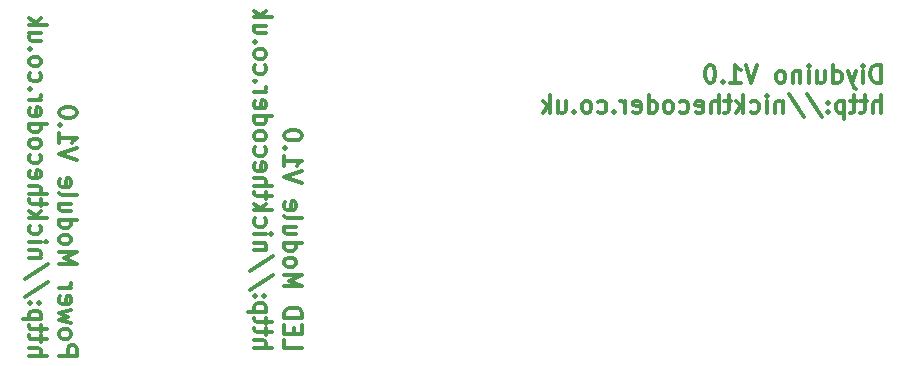
<source format=gbr>
G04 #@! TF.FileFunction,Legend,Bot*
%FSLAX46Y46*%
G04 Gerber Fmt 4.6, Leading zero omitted, Abs format (unit mm)*
G04 Created by KiCad (PCBNEW 4.0.7+dfsg1-1~bpo9+1) date Thu Apr  5 11:27:44 2018*
%MOMM*%
%LPD*%
G01*
G04 APERTURE LIST*
%ADD10C,0.100000*%
%ADD11C,0.300000*%
G04 APERTURE END LIST*
D10*
D11*
X158076429Y-118308571D02*
X158076429Y-119022857D01*
X159576429Y-119022857D01*
X158862143Y-117808571D02*
X158862143Y-117308571D01*
X158076429Y-117094285D02*
X158076429Y-117808571D01*
X159576429Y-117808571D01*
X159576429Y-117094285D01*
X158076429Y-116451428D02*
X159576429Y-116451428D01*
X159576429Y-116094285D01*
X159505000Y-115880000D01*
X159362143Y-115737142D01*
X159219286Y-115665714D01*
X158933571Y-115594285D01*
X158719286Y-115594285D01*
X158433571Y-115665714D01*
X158290714Y-115737142D01*
X158147857Y-115880000D01*
X158076429Y-116094285D01*
X158076429Y-116451428D01*
X158076429Y-113808571D02*
X159576429Y-113808571D01*
X158505000Y-113308571D01*
X159576429Y-112808571D01*
X158076429Y-112808571D01*
X158076429Y-111879999D02*
X158147857Y-112022857D01*
X158219286Y-112094285D01*
X158362143Y-112165714D01*
X158790714Y-112165714D01*
X158933571Y-112094285D01*
X159005000Y-112022857D01*
X159076429Y-111879999D01*
X159076429Y-111665714D01*
X159005000Y-111522857D01*
X158933571Y-111451428D01*
X158790714Y-111379999D01*
X158362143Y-111379999D01*
X158219286Y-111451428D01*
X158147857Y-111522857D01*
X158076429Y-111665714D01*
X158076429Y-111879999D01*
X158076429Y-110094285D02*
X159576429Y-110094285D01*
X158147857Y-110094285D02*
X158076429Y-110237142D01*
X158076429Y-110522856D01*
X158147857Y-110665714D01*
X158219286Y-110737142D01*
X158362143Y-110808571D01*
X158790714Y-110808571D01*
X158933571Y-110737142D01*
X159005000Y-110665714D01*
X159076429Y-110522856D01*
X159076429Y-110237142D01*
X159005000Y-110094285D01*
X159076429Y-108737142D02*
X158076429Y-108737142D01*
X159076429Y-109379999D02*
X158290714Y-109379999D01*
X158147857Y-109308571D01*
X158076429Y-109165713D01*
X158076429Y-108951428D01*
X158147857Y-108808571D01*
X158219286Y-108737142D01*
X158076429Y-107808570D02*
X158147857Y-107951428D01*
X158290714Y-108022856D01*
X159576429Y-108022856D01*
X158147857Y-106665714D02*
X158076429Y-106808571D01*
X158076429Y-107094285D01*
X158147857Y-107237142D01*
X158290714Y-107308571D01*
X158862143Y-107308571D01*
X159005000Y-107237142D01*
X159076429Y-107094285D01*
X159076429Y-106808571D01*
X159005000Y-106665714D01*
X158862143Y-106594285D01*
X158719286Y-106594285D01*
X158576429Y-107308571D01*
X159576429Y-105022857D02*
X158076429Y-104522857D01*
X159576429Y-104022857D01*
X158076429Y-102737143D02*
X158076429Y-103594286D01*
X158076429Y-103165714D02*
X159576429Y-103165714D01*
X159362143Y-103308571D01*
X159219286Y-103451429D01*
X159147857Y-103594286D01*
X158219286Y-102094286D02*
X158147857Y-102022858D01*
X158076429Y-102094286D01*
X158147857Y-102165715D01*
X158219286Y-102094286D01*
X158076429Y-102094286D01*
X159576429Y-101094286D02*
X159576429Y-100951429D01*
X159505000Y-100808572D01*
X159433571Y-100737143D01*
X159290714Y-100665714D01*
X159005000Y-100594286D01*
X158647857Y-100594286D01*
X158362143Y-100665714D01*
X158219286Y-100737143D01*
X158147857Y-100808572D01*
X158076429Y-100951429D01*
X158076429Y-101094286D01*
X158147857Y-101237143D01*
X158219286Y-101308572D01*
X158362143Y-101380000D01*
X158647857Y-101451429D01*
X159005000Y-101451429D01*
X159290714Y-101380000D01*
X159433571Y-101308572D01*
X159505000Y-101237143D01*
X159576429Y-101094286D01*
X155526429Y-119022857D02*
X157026429Y-119022857D01*
X155526429Y-118380000D02*
X156312143Y-118380000D01*
X156455000Y-118451429D01*
X156526429Y-118594286D01*
X156526429Y-118808571D01*
X156455000Y-118951429D01*
X156383571Y-119022857D01*
X156526429Y-117880000D02*
X156526429Y-117308571D01*
X157026429Y-117665714D02*
X155740714Y-117665714D01*
X155597857Y-117594286D01*
X155526429Y-117451428D01*
X155526429Y-117308571D01*
X156526429Y-117022857D02*
X156526429Y-116451428D01*
X157026429Y-116808571D02*
X155740714Y-116808571D01*
X155597857Y-116737143D01*
X155526429Y-116594285D01*
X155526429Y-116451428D01*
X156526429Y-115951428D02*
X155026429Y-115951428D01*
X156455000Y-115951428D02*
X156526429Y-115808571D01*
X156526429Y-115522857D01*
X156455000Y-115380000D01*
X156383571Y-115308571D01*
X156240714Y-115237142D01*
X155812143Y-115237142D01*
X155669286Y-115308571D01*
X155597857Y-115380000D01*
X155526429Y-115522857D01*
X155526429Y-115808571D01*
X155597857Y-115951428D01*
X155669286Y-114594285D02*
X155597857Y-114522857D01*
X155526429Y-114594285D01*
X155597857Y-114665714D01*
X155669286Y-114594285D01*
X155526429Y-114594285D01*
X156455000Y-114594285D02*
X156383571Y-114522857D01*
X156312143Y-114594285D01*
X156383571Y-114665714D01*
X156455000Y-114594285D01*
X156312143Y-114594285D01*
X157097857Y-112808571D02*
X155169286Y-114094285D01*
X157097857Y-111237142D02*
X155169286Y-112522856D01*
X156526429Y-110737141D02*
X155526429Y-110737141D01*
X156383571Y-110737141D02*
X156455000Y-110665713D01*
X156526429Y-110522855D01*
X156526429Y-110308570D01*
X156455000Y-110165713D01*
X156312143Y-110094284D01*
X155526429Y-110094284D01*
X155526429Y-109379998D02*
X156526429Y-109379998D01*
X157026429Y-109379998D02*
X156955000Y-109451427D01*
X156883571Y-109379998D01*
X156955000Y-109308570D01*
X157026429Y-109379998D01*
X156883571Y-109379998D01*
X155597857Y-108022855D02*
X155526429Y-108165712D01*
X155526429Y-108451426D01*
X155597857Y-108594284D01*
X155669286Y-108665712D01*
X155812143Y-108737141D01*
X156240714Y-108737141D01*
X156383571Y-108665712D01*
X156455000Y-108594284D01*
X156526429Y-108451426D01*
X156526429Y-108165712D01*
X156455000Y-108022855D01*
X155526429Y-107379998D02*
X157026429Y-107379998D01*
X156097857Y-107237141D02*
X155526429Y-106808570D01*
X156526429Y-106808570D02*
X155955000Y-107379998D01*
X156526429Y-106379998D02*
X156526429Y-105808569D01*
X157026429Y-106165712D02*
X155740714Y-106165712D01*
X155597857Y-106094284D01*
X155526429Y-105951426D01*
X155526429Y-105808569D01*
X155526429Y-105308569D02*
X157026429Y-105308569D01*
X155526429Y-104665712D02*
X156312143Y-104665712D01*
X156455000Y-104737141D01*
X156526429Y-104879998D01*
X156526429Y-105094283D01*
X156455000Y-105237141D01*
X156383571Y-105308569D01*
X155597857Y-103379998D02*
X155526429Y-103522855D01*
X155526429Y-103808569D01*
X155597857Y-103951426D01*
X155740714Y-104022855D01*
X156312143Y-104022855D01*
X156455000Y-103951426D01*
X156526429Y-103808569D01*
X156526429Y-103522855D01*
X156455000Y-103379998D01*
X156312143Y-103308569D01*
X156169286Y-103308569D01*
X156026429Y-104022855D01*
X155597857Y-102022855D02*
X155526429Y-102165712D01*
X155526429Y-102451426D01*
X155597857Y-102594284D01*
X155669286Y-102665712D01*
X155812143Y-102737141D01*
X156240714Y-102737141D01*
X156383571Y-102665712D01*
X156455000Y-102594284D01*
X156526429Y-102451426D01*
X156526429Y-102165712D01*
X156455000Y-102022855D01*
X155526429Y-101165712D02*
X155597857Y-101308570D01*
X155669286Y-101379998D01*
X155812143Y-101451427D01*
X156240714Y-101451427D01*
X156383571Y-101379998D01*
X156455000Y-101308570D01*
X156526429Y-101165712D01*
X156526429Y-100951427D01*
X156455000Y-100808570D01*
X156383571Y-100737141D01*
X156240714Y-100665712D01*
X155812143Y-100665712D01*
X155669286Y-100737141D01*
X155597857Y-100808570D01*
X155526429Y-100951427D01*
X155526429Y-101165712D01*
X155526429Y-99379998D02*
X157026429Y-99379998D01*
X155597857Y-99379998D02*
X155526429Y-99522855D01*
X155526429Y-99808569D01*
X155597857Y-99951427D01*
X155669286Y-100022855D01*
X155812143Y-100094284D01*
X156240714Y-100094284D01*
X156383571Y-100022855D01*
X156455000Y-99951427D01*
X156526429Y-99808569D01*
X156526429Y-99522855D01*
X156455000Y-99379998D01*
X155597857Y-98094284D02*
X155526429Y-98237141D01*
X155526429Y-98522855D01*
X155597857Y-98665712D01*
X155740714Y-98737141D01*
X156312143Y-98737141D01*
X156455000Y-98665712D01*
X156526429Y-98522855D01*
X156526429Y-98237141D01*
X156455000Y-98094284D01*
X156312143Y-98022855D01*
X156169286Y-98022855D01*
X156026429Y-98737141D01*
X155526429Y-97379998D02*
X156526429Y-97379998D01*
X156240714Y-97379998D02*
X156383571Y-97308570D01*
X156455000Y-97237141D01*
X156526429Y-97094284D01*
X156526429Y-96951427D01*
X155669286Y-96451427D02*
X155597857Y-96379999D01*
X155526429Y-96451427D01*
X155597857Y-96522856D01*
X155669286Y-96451427D01*
X155526429Y-96451427D01*
X155597857Y-95094284D02*
X155526429Y-95237141D01*
X155526429Y-95522855D01*
X155597857Y-95665713D01*
X155669286Y-95737141D01*
X155812143Y-95808570D01*
X156240714Y-95808570D01*
X156383571Y-95737141D01*
X156455000Y-95665713D01*
X156526429Y-95522855D01*
X156526429Y-95237141D01*
X156455000Y-95094284D01*
X155526429Y-94237141D02*
X155597857Y-94379999D01*
X155669286Y-94451427D01*
X155812143Y-94522856D01*
X156240714Y-94522856D01*
X156383571Y-94451427D01*
X156455000Y-94379999D01*
X156526429Y-94237141D01*
X156526429Y-94022856D01*
X156455000Y-93879999D01*
X156383571Y-93808570D01*
X156240714Y-93737141D01*
X155812143Y-93737141D01*
X155669286Y-93808570D01*
X155597857Y-93879999D01*
X155526429Y-94022856D01*
X155526429Y-94237141D01*
X155669286Y-93094284D02*
X155597857Y-93022856D01*
X155526429Y-93094284D01*
X155597857Y-93165713D01*
X155669286Y-93094284D01*
X155526429Y-93094284D01*
X156526429Y-91737141D02*
X155526429Y-91737141D01*
X156526429Y-92379998D02*
X155740714Y-92379998D01*
X155597857Y-92308570D01*
X155526429Y-92165712D01*
X155526429Y-91951427D01*
X155597857Y-91808570D01*
X155669286Y-91737141D01*
X155526429Y-91022855D02*
X157026429Y-91022855D01*
X156097857Y-90879998D02*
X155526429Y-90451427D01*
X156526429Y-90451427D02*
X155955000Y-91022855D01*
X139026429Y-119657857D02*
X140526429Y-119657857D01*
X140526429Y-119086429D01*
X140455000Y-118943571D01*
X140383571Y-118872143D01*
X140240714Y-118800714D01*
X140026429Y-118800714D01*
X139883571Y-118872143D01*
X139812143Y-118943571D01*
X139740714Y-119086429D01*
X139740714Y-119657857D01*
X139026429Y-117943571D02*
X139097857Y-118086429D01*
X139169286Y-118157857D01*
X139312143Y-118229286D01*
X139740714Y-118229286D01*
X139883571Y-118157857D01*
X139955000Y-118086429D01*
X140026429Y-117943571D01*
X140026429Y-117729286D01*
X139955000Y-117586429D01*
X139883571Y-117515000D01*
X139740714Y-117443571D01*
X139312143Y-117443571D01*
X139169286Y-117515000D01*
X139097857Y-117586429D01*
X139026429Y-117729286D01*
X139026429Y-117943571D01*
X140026429Y-116943571D02*
X139026429Y-116657857D01*
X139740714Y-116372143D01*
X139026429Y-116086428D01*
X140026429Y-115800714D01*
X139097857Y-114657857D02*
X139026429Y-114800714D01*
X139026429Y-115086428D01*
X139097857Y-115229285D01*
X139240714Y-115300714D01*
X139812143Y-115300714D01*
X139955000Y-115229285D01*
X140026429Y-115086428D01*
X140026429Y-114800714D01*
X139955000Y-114657857D01*
X139812143Y-114586428D01*
X139669286Y-114586428D01*
X139526429Y-115300714D01*
X139026429Y-113943571D02*
X140026429Y-113943571D01*
X139740714Y-113943571D02*
X139883571Y-113872143D01*
X139955000Y-113800714D01*
X140026429Y-113657857D01*
X140026429Y-113515000D01*
X139026429Y-111872143D02*
X140526429Y-111872143D01*
X139455000Y-111372143D01*
X140526429Y-110872143D01*
X139026429Y-110872143D01*
X139026429Y-109943571D02*
X139097857Y-110086429D01*
X139169286Y-110157857D01*
X139312143Y-110229286D01*
X139740714Y-110229286D01*
X139883571Y-110157857D01*
X139955000Y-110086429D01*
X140026429Y-109943571D01*
X140026429Y-109729286D01*
X139955000Y-109586429D01*
X139883571Y-109515000D01*
X139740714Y-109443571D01*
X139312143Y-109443571D01*
X139169286Y-109515000D01*
X139097857Y-109586429D01*
X139026429Y-109729286D01*
X139026429Y-109943571D01*
X139026429Y-108157857D02*
X140526429Y-108157857D01*
X139097857Y-108157857D02*
X139026429Y-108300714D01*
X139026429Y-108586428D01*
X139097857Y-108729286D01*
X139169286Y-108800714D01*
X139312143Y-108872143D01*
X139740714Y-108872143D01*
X139883571Y-108800714D01*
X139955000Y-108729286D01*
X140026429Y-108586428D01*
X140026429Y-108300714D01*
X139955000Y-108157857D01*
X140026429Y-106800714D02*
X139026429Y-106800714D01*
X140026429Y-107443571D02*
X139240714Y-107443571D01*
X139097857Y-107372143D01*
X139026429Y-107229285D01*
X139026429Y-107015000D01*
X139097857Y-106872143D01*
X139169286Y-106800714D01*
X139026429Y-105872142D02*
X139097857Y-106015000D01*
X139240714Y-106086428D01*
X140526429Y-106086428D01*
X139097857Y-104729286D02*
X139026429Y-104872143D01*
X139026429Y-105157857D01*
X139097857Y-105300714D01*
X139240714Y-105372143D01*
X139812143Y-105372143D01*
X139955000Y-105300714D01*
X140026429Y-105157857D01*
X140026429Y-104872143D01*
X139955000Y-104729286D01*
X139812143Y-104657857D01*
X139669286Y-104657857D01*
X139526429Y-105372143D01*
X140526429Y-103086429D02*
X139026429Y-102586429D01*
X140526429Y-102086429D01*
X139026429Y-100800715D02*
X139026429Y-101657858D01*
X139026429Y-101229286D02*
X140526429Y-101229286D01*
X140312143Y-101372143D01*
X140169286Y-101515001D01*
X140097857Y-101657858D01*
X139169286Y-100157858D02*
X139097857Y-100086430D01*
X139026429Y-100157858D01*
X139097857Y-100229287D01*
X139169286Y-100157858D01*
X139026429Y-100157858D01*
X140526429Y-99157858D02*
X140526429Y-99015001D01*
X140455000Y-98872144D01*
X140383571Y-98800715D01*
X140240714Y-98729286D01*
X139955000Y-98657858D01*
X139597857Y-98657858D01*
X139312143Y-98729286D01*
X139169286Y-98800715D01*
X139097857Y-98872144D01*
X139026429Y-99015001D01*
X139026429Y-99157858D01*
X139097857Y-99300715D01*
X139169286Y-99372144D01*
X139312143Y-99443572D01*
X139597857Y-99515001D01*
X139955000Y-99515001D01*
X140240714Y-99443572D01*
X140383571Y-99372144D01*
X140455000Y-99300715D01*
X140526429Y-99157858D01*
X136476429Y-119657857D02*
X137976429Y-119657857D01*
X136476429Y-119015000D02*
X137262143Y-119015000D01*
X137405000Y-119086429D01*
X137476429Y-119229286D01*
X137476429Y-119443571D01*
X137405000Y-119586429D01*
X137333571Y-119657857D01*
X137476429Y-118515000D02*
X137476429Y-117943571D01*
X137976429Y-118300714D02*
X136690714Y-118300714D01*
X136547857Y-118229286D01*
X136476429Y-118086428D01*
X136476429Y-117943571D01*
X137476429Y-117657857D02*
X137476429Y-117086428D01*
X137976429Y-117443571D02*
X136690714Y-117443571D01*
X136547857Y-117372143D01*
X136476429Y-117229285D01*
X136476429Y-117086428D01*
X137476429Y-116586428D02*
X135976429Y-116586428D01*
X137405000Y-116586428D02*
X137476429Y-116443571D01*
X137476429Y-116157857D01*
X137405000Y-116015000D01*
X137333571Y-115943571D01*
X137190714Y-115872142D01*
X136762143Y-115872142D01*
X136619286Y-115943571D01*
X136547857Y-116015000D01*
X136476429Y-116157857D01*
X136476429Y-116443571D01*
X136547857Y-116586428D01*
X136619286Y-115229285D02*
X136547857Y-115157857D01*
X136476429Y-115229285D01*
X136547857Y-115300714D01*
X136619286Y-115229285D01*
X136476429Y-115229285D01*
X137405000Y-115229285D02*
X137333571Y-115157857D01*
X137262143Y-115229285D01*
X137333571Y-115300714D01*
X137405000Y-115229285D01*
X137262143Y-115229285D01*
X138047857Y-113443571D02*
X136119286Y-114729285D01*
X138047857Y-111872142D02*
X136119286Y-113157856D01*
X137476429Y-111372141D02*
X136476429Y-111372141D01*
X137333571Y-111372141D02*
X137405000Y-111300713D01*
X137476429Y-111157855D01*
X137476429Y-110943570D01*
X137405000Y-110800713D01*
X137262143Y-110729284D01*
X136476429Y-110729284D01*
X136476429Y-110014998D02*
X137476429Y-110014998D01*
X137976429Y-110014998D02*
X137905000Y-110086427D01*
X137833571Y-110014998D01*
X137905000Y-109943570D01*
X137976429Y-110014998D01*
X137833571Y-110014998D01*
X136547857Y-108657855D02*
X136476429Y-108800712D01*
X136476429Y-109086426D01*
X136547857Y-109229284D01*
X136619286Y-109300712D01*
X136762143Y-109372141D01*
X137190714Y-109372141D01*
X137333571Y-109300712D01*
X137405000Y-109229284D01*
X137476429Y-109086426D01*
X137476429Y-108800712D01*
X137405000Y-108657855D01*
X136476429Y-108014998D02*
X137976429Y-108014998D01*
X137047857Y-107872141D02*
X136476429Y-107443570D01*
X137476429Y-107443570D02*
X136905000Y-108014998D01*
X137476429Y-107014998D02*
X137476429Y-106443569D01*
X137976429Y-106800712D02*
X136690714Y-106800712D01*
X136547857Y-106729284D01*
X136476429Y-106586426D01*
X136476429Y-106443569D01*
X136476429Y-105943569D02*
X137976429Y-105943569D01*
X136476429Y-105300712D02*
X137262143Y-105300712D01*
X137405000Y-105372141D01*
X137476429Y-105514998D01*
X137476429Y-105729283D01*
X137405000Y-105872141D01*
X137333571Y-105943569D01*
X136547857Y-104014998D02*
X136476429Y-104157855D01*
X136476429Y-104443569D01*
X136547857Y-104586426D01*
X136690714Y-104657855D01*
X137262143Y-104657855D01*
X137405000Y-104586426D01*
X137476429Y-104443569D01*
X137476429Y-104157855D01*
X137405000Y-104014998D01*
X137262143Y-103943569D01*
X137119286Y-103943569D01*
X136976429Y-104657855D01*
X136547857Y-102657855D02*
X136476429Y-102800712D01*
X136476429Y-103086426D01*
X136547857Y-103229284D01*
X136619286Y-103300712D01*
X136762143Y-103372141D01*
X137190714Y-103372141D01*
X137333571Y-103300712D01*
X137405000Y-103229284D01*
X137476429Y-103086426D01*
X137476429Y-102800712D01*
X137405000Y-102657855D01*
X136476429Y-101800712D02*
X136547857Y-101943570D01*
X136619286Y-102014998D01*
X136762143Y-102086427D01*
X137190714Y-102086427D01*
X137333571Y-102014998D01*
X137405000Y-101943570D01*
X137476429Y-101800712D01*
X137476429Y-101586427D01*
X137405000Y-101443570D01*
X137333571Y-101372141D01*
X137190714Y-101300712D01*
X136762143Y-101300712D01*
X136619286Y-101372141D01*
X136547857Y-101443570D01*
X136476429Y-101586427D01*
X136476429Y-101800712D01*
X136476429Y-100014998D02*
X137976429Y-100014998D01*
X136547857Y-100014998D02*
X136476429Y-100157855D01*
X136476429Y-100443569D01*
X136547857Y-100586427D01*
X136619286Y-100657855D01*
X136762143Y-100729284D01*
X137190714Y-100729284D01*
X137333571Y-100657855D01*
X137405000Y-100586427D01*
X137476429Y-100443569D01*
X137476429Y-100157855D01*
X137405000Y-100014998D01*
X136547857Y-98729284D02*
X136476429Y-98872141D01*
X136476429Y-99157855D01*
X136547857Y-99300712D01*
X136690714Y-99372141D01*
X137262143Y-99372141D01*
X137405000Y-99300712D01*
X137476429Y-99157855D01*
X137476429Y-98872141D01*
X137405000Y-98729284D01*
X137262143Y-98657855D01*
X137119286Y-98657855D01*
X136976429Y-99372141D01*
X136476429Y-98014998D02*
X137476429Y-98014998D01*
X137190714Y-98014998D02*
X137333571Y-97943570D01*
X137405000Y-97872141D01*
X137476429Y-97729284D01*
X137476429Y-97586427D01*
X136619286Y-97086427D02*
X136547857Y-97014999D01*
X136476429Y-97086427D01*
X136547857Y-97157856D01*
X136619286Y-97086427D01*
X136476429Y-97086427D01*
X136547857Y-95729284D02*
X136476429Y-95872141D01*
X136476429Y-96157855D01*
X136547857Y-96300713D01*
X136619286Y-96372141D01*
X136762143Y-96443570D01*
X137190714Y-96443570D01*
X137333571Y-96372141D01*
X137405000Y-96300713D01*
X137476429Y-96157855D01*
X137476429Y-95872141D01*
X137405000Y-95729284D01*
X136476429Y-94872141D02*
X136547857Y-95014999D01*
X136619286Y-95086427D01*
X136762143Y-95157856D01*
X137190714Y-95157856D01*
X137333571Y-95086427D01*
X137405000Y-95014999D01*
X137476429Y-94872141D01*
X137476429Y-94657856D01*
X137405000Y-94514999D01*
X137333571Y-94443570D01*
X137190714Y-94372141D01*
X136762143Y-94372141D01*
X136619286Y-94443570D01*
X136547857Y-94514999D01*
X136476429Y-94657856D01*
X136476429Y-94872141D01*
X136619286Y-93729284D02*
X136547857Y-93657856D01*
X136476429Y-93729284D01*
X136547857Y-93800713D01*
X136619286Y-93729284D01*
X136476429Y-93729284D01*
X137476429Y-92372141D02*
X136476429Y-92372141D01*
X137476429Y-93014998D02*
X136690714Y-93014998D01*
X136547857Y-92943570D01*
X136476429Y-92800712D01*
X136476429Y-92586427D01*
X136547857Y-92443570D01*
X136619286Y-92372141D01*
X136476429Y-91657855D02*
X137976429Y-91657855D01*
X137047857Y-91514998D02*
X136476429Y-91086427D01*
X137476429Y-91086427D02*
X136905000Y-91657855D01*
X208557857Y-96558571D02*
X208557857Y-95058571D01*
X208200714Y-95058571D01*
X207986429Y-95130000D01*
X207843571Y-95272857D01*
X207772143Y-95415714D01*
X207700714Y-95701429D01*
X207700714Y-95915714D01*
X207772143Y-96201429D01*
X207843571Y-96344286D01*
X207986429Y-96487143D01*
X208200714Y-96558571D01*
X208557857Y-96558571D01*
X207057857Y-96558571D02*
X207057857Y-95558571D01*
X207057857Y-95058571D02*
X207129286Y-95130000D01*
X207057857Y-95201429D01*
X206986429Y-95130000D01*
X207057857Y-95058571D01*
X207057857Y-95201429D01*
X206486428Y-95558571D02*
X206129285Y-96558571D01*
X205772143Y-95558571D02*
X206129285Y-96558571D01*
X206272143Y-96915714D01*
X206343571Y-96987143D01*
X206486428Y-97058571D01*
X204557857Y-96558571D02*
X204557857Y-95058571D01*
X204557857Y-96487143D02*
X204700714Y-96558571D01*
X204986428Y-96558571D01*
X205129286Y-96487143D01*
X205200714Y-96415714D01*
X205272143Y-96272857D01*
X205272143Y-95844286D01*
X205200714Y-95701429D01*
X205129286Y-95630000D01*
X204986428Y-95558571D01*
X204700714Y-95558571D01*
X204557857Y-95630000D01*
X203200714Y-95558571D02*
X203200714Y-96558571D01*
X203843571Y-95558571D02*
X203843571Y-96344286D01*
X203772143Y-96487143D01*
X203629285Y-96558571D01*
X203415000Y-96558571D01*
X203272143Y-96487143D01*
X203200714Y-96415714D01*
X202486428Y-96558571D02*
X202486428Y-95558571D01*
X202486428Y-95058571D02*
X202557857Y-95130000D01*
X202486428Y-95201429D01*
X202415000Y-95130000D01*
X202486428Y-95058571D01*
X202486428Y-95201429D01*
X201772142Y-95558571D02*
X201772142Y-96558571D01*
X201772142Y-95701429D02*
X201700714Y-95630000D01*
X201557856Y-95558571D01*
X201343571Y-95558571D01*
X201200714Y-95630000D01*
X201129285Y-95772857D01*
X201129285Y-96558571D01*
X200200713Y-96558571D02*
X200343571Y-96487143D01*
X200414999Y-96415714D01*
X200486428Y-96272857D01*
X200486428Y-95844286D01*
X200414999Y-95701429D01*
X200343571Y-95630000D01*
X200200713Y-95558571D01*
X199986428Y-95558571D01*
X199843571Y-95630000D01*
X199772142Y-95701429D01*
X199700713Y-95844286D01*
X199700713Y-96272857D01*
X199772142Y-96415714D01*
X199843571Y-96487143D01*
X199986428Y-96558571D01*
X200200713Y-96558571D01*
X198129285Y-95058571D02*
X197629285Y-96558571D01*
X197129285Y-95058571D01*
X195843571Y-96558571D02*
X196700714Y-96558571D01*
X196272142Y-96558571D02*
X196272142Y-95058571D01*
X196414999Y-95272857D01*
X196557857Y-95415714D01*
X196700714Y-95487143D01*
X195200714Y-96415714D02*
X195129286Y-96487143D01*
X195200714Y-96558571D01*
X195272143Y-96487143D01*
X195200714Y-96415714D01*
X195200714Y-96558571D01*
X194200714Y-95058571D02*
X194057857Y-95058571D01*
X193915000Y-95130000D01*
X193843571Y-95201429D01*
X193772142Y-95344286D01*
X193700714Y-95630000D01*
X193700714Y-95987143D01*
X193772142Y-96272857D01*
X193843571Y-96415714D01*
X193915000Y-96487143D01*
X194057857Y-96558571D01*
X194200714Y-96558571D01*
X194343571Y-96487143D01*
X194415000Y-96415714D01*
X194486428Y-96272857D01*
X194557857Y-95987143D01*
X194557857Y-95630000D01*
X194486428Y-95344286D01*
X194415000Y-95201429D01*
X194343571Y-95130000D01*
X194200714Y-95058571D01*
X208557857Y-99108571D02*
X208557857Y-97608571D01*
X207915000Y-99108571D02*
X207915000Y-98322857D01*
X207986429Y-98180000D01*
X208129286Y-98108571D01*
X208343571Y-98108571D01*
X208486429Y-98180000D01*
X208557857Y-98251429D01*
X207415000Y-98108571D02*
X206843571Y-98108571D01*
X207200714Y-97608571D02*
X207200714Y-98894286D01*
X207129286Y-99037143D01*
X206986428Y-99108571D01*
X206843571Y-99108571D01*
X206557857Y-98108571D02*
X205986428Y-98108571D01*
X206343571Y-97608571D02*
X206343571Y-98894286D01*
X206272143Y-99037143D01*
X206129285Y-99108571D01*
X205986428Y-99108571D01*
X205486428Y-98108571D02*
X205486428Y-99608571D01*
X205486428Y-98180000D02*
X205343571Y-98108571D01*
X205057857Y-98108571D01*
X204915000Y-98180000D01*
X204843571Y-98251429D01*
X204772142Y-98394286D01*
X204772142Y-98822857D01*
X204843571Y-98965714D01*
X204915000Y-99037143D01*
X205057857Y-99108571D01*
X205343571Y-99108571D01*
X205486428Y-99037143D01*
X204129285Y-98965714D02*
X204057857Y-99037143D01*
X204129285Y-99108571D01*
X204200714Y-99037143D01*
X204129285Y-98965714D01*
X204129285Y-99108571D01*
X204129285Y-98180000D02*
X204057857Y-98251429D01*
X204129285Y-98322857D01*
X204200714Y-98251429D01*
X204129285Y-98180000D01*
X204129285Y-98322857D01*
X202343571Y-97537143D02*
X203629285Y-99465714D01*
X200772142Y-97537143D02*
X202057856Y-99465714D01*
X200272141Y-98108571D02*
X200272141Y-99108571D01*
X200272141Y-98251429D02*
X200200713Y-98180000D01*
X200057855Y-98108571D01*
X199843570Y-98108571D01*
X199700713Y-98180000D01*
X199629284Y-98322857D01*
X199629284Y-99108571D01*
X198914998Y-99108571D02*
X198914998Y-98108571D01*
X198914998Y-97608571D02*
X198986427Y-97680000D01*
X198914998Y-97751429D01*
X198843570Y-97680000D01*
X198914998Y-97608571D01*
X198914998Y-97751429D01*
X197557855Y-99037143D02*
X197700712Y-99108571D01*
X197986426Y-99108571D01*
X198129284Y-99037143D01*
X198200712Y-98965714D01*
X198272141Y-98822857D01*
X198272141Y-98394286D01*
X198200712Y-98251429D01*
X198129284Y-98180000D01*
X197986426Y-98108571D01*
X197700712Y-98108571D01*
X197557855Y-98180000D01*
X196914998Y-99108571D02*
X196914998Y-97608571D01*
X196772141Y-98537143D02*
X196343570Y-99108571D01*
X196343570Y-98108571D02*
X196914998Y-98680000D01*
X195914998Y-98108571D02*
X195343569Y-98108571D01*
X195700712Y-97608571D02*
X195700712Y-98894286D01*
X195629284Y-99037143D01*
X195486426Y-99108571D01*
X195343569Y-99108571D01*
X194843569Y-99108571D02*
X194843569Y-97608571D01*
X194200712Y-99108571D02*
X194200712Y-98322857D01*
X194272141Y-98180000D01*
X194414998Y-98108571D01*
X194629283Y-98108571D01*
X194772141Y-98180000D01*
X194843569Y-98251429D01*
X192914998Y-99037143D02*
X193057855Y-99108571D01*
X193343569Y-99108571D01*
X193486426Y-99037143D01*
X193557855Y-98894286D01*
X193557855Y-98322857D01*
X193486426Y-98180000D01*
X193343569Y-98108571D01*
X193057855Y-98108571D01*
X192914998Y-98180000D01*
X192843569Y-98322857D01*
X192843569Y-98465714D01*
X193557855Y-98608571D01*
X191557855Y-99037143D02*
X191700712Y-99108571D01*
X191986426Y-99108571D01*
X192129284Y-99037143D01*
X192200712Y-98965714D01*
X192272141Y-98822857D01*
X192272141Y-98394286D01*
X192200712Y-98251429D01*
X192129284Y-98180000D01*
X191986426Y-98108571D01*
X191700712Y-98108571D01*
X191557855Y-98180000D01*
X190700712Y-99108571D02*
X190843570Y-99037143D01*
X190914998Y-98965714D01*
X190986427Y-98822857D01*
X190986427Y-98394286D01*
X190914998Y-98251429D01*
X190843570Y-98180000D01*
X190700712Y-98108571D01*
X190486427Y-98108571D01*
X190343570Y-98180000D01*
X190272141Y-98251429D01*
X190200712Y-98394286D01*
X190200712Y-98822857D01*
X190272141Y-98965714D01*
X190343570Y-99037143D01*
X190486427Y-99108571D01*
X190700712Y-99108571D01*
X188914998Y-99108571D02*
X188914998Y-97608571D01*
X188914998Y-99037143D02*
X189057855Y-99108571D01*
X189343569Y-99108571D01*
X189486427Y-99037143D01*
X189557855Y-98965714D01*
X189629284Y-98822857D01*
X189629284Y-98394286D01*
X189557855Y-98251429D01*
X189486427Y-98180000D01*
X189343569Y-98108571D01*
X189057855Y-98108571D01*
X188914998Y-98180000D01*
X187629284Y-99037143D02*
X187772141Y-99108571D01*
X188057855Y-99108571D01*
X188200712Y-99037143D01*
X188272141Y-98894286D01*
X188272141Y-98322857D01*
X188200712Y-98180000D01*
X188057855Y-98108571D01*
X187772141Y-98108571D01*
X187629284Y-98180000D01*
X187557855Y-98322857D01*
X187557855Y-98465714D01*
X188272141Y-98608571D01*
X186914998Y-99108571D02*
X186914998Y-98108571D01*
X186914998Y-98394286D02*
X186843570Y-98251429D01*
X186772141Y-98180000D01*
X186629284Y-98108571D01*
X186486427Y-98108571D01*
X185986427Y-98965714D02*
X185914999Y-99037143D01*
X185986427Y-99108571D01*
X186057856Y-99037143D01*
X185986427Y-98965714D01*
X185986427Y-99108571D01*
X184629284Y-99037143D02*
X184772141Y-99108571D01*
X185057855Y-99108571D01*
X185200713Y-99037143D01*
X185272141Y-98965714D01*
X185343570Y-98822857D01*
X185343570Y-98394286D01*
X185272141Y-98251429D01*
X185200713Y-98180000D01*
X185057855Y-98108571D01*
X184772141Y-98108571D01*
X184629284Y-98180000D01*
X183772141Y-99108571D02*
X183914999Y-99037143D01*
X183986427Y-98965714D01*
X184057856Y-98822857D01*
X184057856Y-98394286D01*
X183986427Y-98251429D01*
X183914999Y-98180000D01*
X183772141Y-98108571D01*
X183557856Y-98108571D01*
X183414999Y-98180000D01*
X183343570Y-98251429D01*
X183272141Y-98394286D01*
X183272141Y-98822857D01*
X183343570Y-98965714D01*
X183414999Y-99037143D01*
X183557856Y-99108571D01*
X183772141Y-99108571D01*
X182629284Y-98965714D02*
X182557856Y-99037143D01*
X182629284Y-99108571D01*
X182700713Y-99037143D01*
X182629284Y-98965714D01*
X182629284Y-99108571D01*
X181272141Y-98108571D02*
X181272141Y-99108571D01*
X181914998Y-98108571D02*
X181914998Y-98894286D01*
X181843570Y-99037143D01*
X181700712Y-99108571D01*
X181486427Y-99108571D01*
X181343570Y-99037143D01*
X181272141Y-98965714D01*
X180557855Y-99108571D02*
X180557855Y-97608571D01*
X180414998Y-98537143D02*
X179986427Y-99108571D01*
X179986427Y-98108571D02*
X180557855Y-98680000D01*
M02*

</source>
